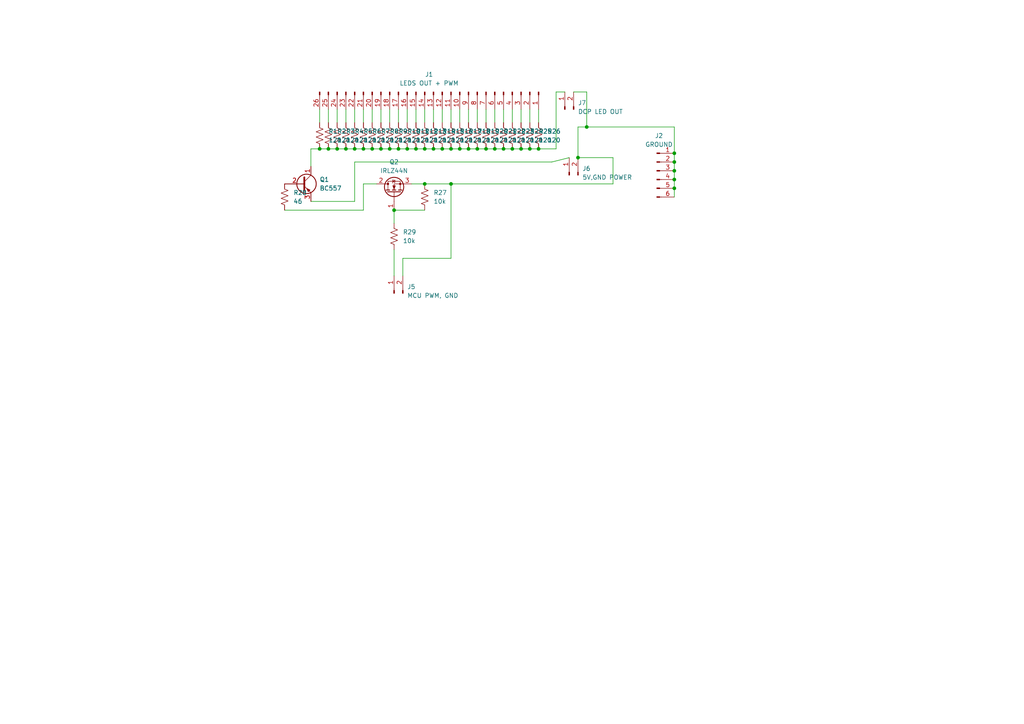
<source format=kicad_sch>
(kicad_sch (version 20231120) (generator "eeschema") (generator_version "8.0")
  (paper "A4")
  (lib_symbols
    (symbol "Connector:Conn_01x02_Pin" (pin_names (offset 1.016) hide)
      (property "Reference" "J" (at 0 2.54 0))
      (property "Value" "Conn_01x02_Pin" (at 0 -5.08 0))
      (symbol "Conn_01x02_Pin_1_1"
        (polyline (pts (xy 1.27 -2.54) (xy 0.8636 -2.54)) (stroke (width 0.1524)))
        (polyline (pts (xy 1.27 0) (xy 0.8636 0)) (stroke (width 0.1524)))
        (rectangle (start 0.8636 -2.413) (end 0 -2.667) (stroke (width 0.1524)) (fill (type outline)))
        (rectangle (start 0.8636 0.127) (end 0 -0.127) (stroke (width 0.1524)) (fill (type outline)))
        (pin passive line (at 5.08 0 180) (length 3.81) (name "Pin_1") (number "1"))
        (pin passive line (at 5.08 -2.54 180) (length 3.81) (name "Pin_2") (number "2"))
      )
    )
    (symbol "Connector:Conn_01x06_Pin" (pin_names (offset 1.016) hide)
      (property "Reference" "J" (at 0 7.62 0))
      (property "Value" "Conn_01x06_Pin" (at 0 -10.16 0))
      (symbol "Conn_01x06_Pin_1_1"
        (polyline (pts (xy 1.27 -7.62) (xy 0.8636 -7.62)) (stroke (width 0.1524)))
        (polyline (pts (xy 1.27 -5.08) (xy 0.8636 -5.08)) (stroke (width 0.1524)))
        (polyline (pts (xy 1.27 -2.54) (xy 0.8636 -2.54)) (stroke (width 0.1524)))
        (polyline (pts (xy 1.27 0) (xy 0.8636 0)) (stroke (width 0.1524)))
        (polyline (pts (xy 1.27 2.54) (xy 0.8636 2.54)) (stroke (width 0.1524)))
        (polyline (pts (xy 1.27 5.08) (xy 0.8636 5.08)) (stroke (width 0.1524)))
        (rectangle (start 0.8636 -7.493) (end 0 -7.747) (stroke (width 0.1524)) (fill (type outline)))
        (rectangle (start 0.8636 -4.953) (end 0 -5.207) (stroke (width 0.1524)) (fill (type outline)))
        (rectangle (start 0.8636 -2.413) (end 0 -2.667) (stroke (width 0.1524)) (fill (type outline)))
        (rectangle (start 0.8636 0.127) (end 0 -0.127) (stroke (width 0.1524)) (fill (type outline)))
        (rectangle (start 0.8636 2.667) (end 0 2.413) (stroke (width 0.1524)) (fill (type outline)))
        (rectangle (start 0.8636 5.207) (end 0 4.953) (stroke (width 0.1524)) (fill (type outline)))
        (pin passive line (at 5.08 5.08 180) (length 3.81) (name "Pin_1") (number "1"))
        (pin passive line (at 5.08 2.54 180) (length 3.81) (name "Pin_2") (number "2"))
        (pin passive line (at 5.08 0 180) (length 3.81) (name "Pin_3") (number "3"))
        (pin passive line (at 5.08 -2.54 180) (length 3.81) (name "Pin_4") (number "4"))
        (pin passive line (at 5.08 -5.08 180) (length 3.81) (name "Pin_5") (number "5"))
        (pin passive line (at 5.08 -7.62 180) (length 3.81) (name "Pin_6") (number "6"))
      )
    )
    (symbol "Connector:Conn_01x26_Pin" (pin_names (offset 1.016) hide)
      (property "Reference" "J" (at 0 33.02 0))
      (property "Value" "Conn_01x26_Pin" (at 0 -35.56 0))
      (symbol "Conn_01x26_Pin_1_1"
        (polyline (pts (xy 1.27 -33.02) (xy 0.8636 -33.02)) (stroke (width 0.1524)))
        (polyline (pts (xy 1.27 -30.48) (xy 0.8636 -30.48)) (stroke (width 0.1524)))
        (polyline (pts (xy 1.27 -27.94) (xy 0.8636 -27.94)) (stroke (width 0.1524)))
        (polyline (pts (xy 1.27 -25.4) (xy 0.8636 -25.4)) (stroke (width 0.1524)))
        (polyline (pts (xy 1.27 -22.86) (xy 0.8636 -22.86)) (stroke (width 0.1524)))
        (polyline (pts (xy 1.27 -20.32) (xy 0.8636 -20.32)) (stroke (width 0.1524)))
        (polyline (pts (xy 1.27 -17.78) (xy 0.8636 -17.78)) (stroke (width 0.1524)))
        (polyline (pts (xy 1.27 -15.24) (xy 0.8636 -15.24)) (stroke (width 0.1524)))
        (polyline (pts (xy 1.27 -12.7) (xy 0.8636 -12.7)) (stroke (width 0.1524)))
        (polyline (pts (xy 1.27 -10.16) (xy 0.8636 -10.16)) (stroke (width 0.1524)))
        (polyline (pts (xy 1.27 -7.62) (xy 0.8636 -7.62)) (stroke (width 0.1524)))
        (polyline (pts (xy 1.27 -5.08) (xy 0.8636 -5.08)) (stroke (width 0.1524)))
        (polyline (pts (xy 1.27 -2.54) (xy 0.8636 -2.54)) (stroke (width 0.1524)))
        (polyline (pts (xy 1.27 0) (xy 0.8636 0)) (stroke (width 0.1524)))
        (polyline (pts (xy 1.27 2.54) (xy 0.8636 2.54)) (stroke (width 0.1524)))
        (polyline (pts (xy 1.27 5.08) (xy 0.8636 5.08)) (stroke (width 0.1524)))
        (polyline (pts (xy 1.27 7.62) (xy 0.8636 7.62)) (stroke (width 0.1524)))
        (polyline (pts (xy 1.27 10.16) (xy 0.8636 10.16)) (stroke (width 0.1524)))
        (polyline (pts (xy 1.27 12.7) (xy 0.8636 12.7)) (stroke (width 0.1524)))
        (polyline (pts (xy 1.27 15.24) (xy 0.8636 15.24)) (stroke (width 0.1524)))
        (polyline (pts (xy 1.27 17.78) (xy 0.8636 17.78)) (stroke (width 0.1524)))
        (polyline (pts (xy 1.27 20.32) (xy 0.8636 20.32)) (stroke (width 0.1524)))
        (polyline (pts (xy 1.27 22.86) (xy 0.8636 22.86)) (stroke (width 0.1524)))
        (polyline (pts (xy 1.27 25.4) (xy 0.8636 25.4)) (stroke (width 0.1524)))
        (polyline (pts (xy 1.27 27.94) (xy 0.8636 27.94)) (stroke (width 0.1524)))
        (polyline (pts (xy 1.27 30.48) (xy 0.8636 30.48)) (stroke (width 0.1524)))
        (rectangle (start 0.8636 -32.893) (end 0 -33.147) (stroke (width 0.1524)) (fill (type outline)))
        (rectangle (start 0.8636 -30.353) (end 0 -30.607) (stroke (width 0.1524)) (fill (type outline)))
        (rectangle (start 0.8636 -27.813) (end 0 -28.067) (stroke (width 0.1524)) (fill (type outline)))
        (rectangle (start 0.8636 -25.273) (end 0 -25.527) (stroke (width 0.1524)) (fill (type outline)))
        (rectangle (start 0.8636 -22.733) (end 0 -22.987) (stroke (width 0.1524)) (fill (type outline)))
        (rectangle (start 0.8636 -20.193) (end 0 -20.447) (stroke (width 0.1524)) (fill (type outline)))
        (rectangle (start 0.8636 -17.653) (end 0 -17.907) (stroke (width 0.1524)) (fill (type outline)))
        (rectangle (start 0.8636 -15.113) (end 0 -15.367) (stroke (width 0.1524)) (fill (type outline)))
        (rectangle (start 0.8636 -12.573) (end 0 -12.827) (stroke (width 0.1524)) (fill (type outline)))
        (rectangle (start 0.8636 -10.033) (end 0 -10.287) (stroke (width 0.1524)) (fill (type outline)))
        (rectangle (start 0.8636 -7.493) (end 0 -7.747) (stroke (width 0.1524)) (fill (type outline)))
        (rectangle (start 0.8636 -4.953) (end 0 -5.207) (stroke (width 0.1524)) (fill (type outline)))
        (rectangle (start 0.8636 -2.413) (end 0 -2.667) (stroke (width 0.1524)) (fill (type outline)))
        (rectangle (start 0.8636 0.127) (end 0 -0.127) (stroke (width 0.1524)) (fill (type outline)))
        (rectangle (start 0.8636 2.667) (end 0 2.413) (stroke (width 0.1524)) (fill (type outline)))
        (rectangle (start 0.8636 5.207) (end 0 4.953) (stroke (width 0.1524)) (fill (type outline)))
        (rectangle (start 0.8636 7.747) (end 0 7.493) (stroke (width 0.1524)) (fill (type outline)))
        (rectangle (start 0.8636 10.287) (end 0 10.033) (stroke (width 0.1524)) (fill (type outline)))
        (rectangle (start 0.8636 12.827) (end 0 12.573) (stroke (width 0.1524)) (fill (type outline)))
        (rectangle (start 0.8636 15.367) (end 0 15.113) (stroke (width 0.1524)) (fill (type outline)))
        (rectangle (start 0.8636 17.907) (end 0 17.653) (stroke (width 0.1524)) (fill (type outline)))
        (rectangle (start 0.8636 20.447) (end 0 20.193) (stroke (width 0.1524)) (fill (type outline)))
        (rectangle (start 0.8636 22.987) (end 0 22.733) (stroke (width 0.1524)) (fill (type outline)))
        (rectangle (start 0.8636 25.527) (end 0 25.273) (stroke (width 0.1524)) (fill (type outline)))
        (rectangle (start 0.8636 28.067) (end 0 27.813) (stroke (width 0.1524)) (fill (type outline)))
        (rectangle (start 0.8636 30.607) (end 0 30.353) (stroke (width 0.1524)) (fill (type outline)))
        (pin passive line (at 5.08 30.48 180) (length 3.81) (name "Pin_1") (number "1"))
        (pin passive line (at 5.08 7.62 180) (length 3.81) (name "Pin_10") (number "10"))
        (pin passive line (at 5.08 5.08 180) (length 3.81) (name "Pin_11") (number "11"))
        (pin passive line (at 5.08 2.54 180) (length 3.81) (name "Pin_12") (number "12"))
        (pin passive line (at 5.08 0 180) (length 3.81) (name "Pin_13") (number "13"))
        (pin passive line (at 5.08 -2.54 180) (length 3.81) (name "Pin_14") (number "14"))
        (pin passive line (at 5.08 -5.08 180) (length 3.81) (name "Pin_15") (number "15"))
        (pin passive line (at 5.08 -7.62 180) (length 3.81) (name "Pin_16") (number "16"))
        (pin passive line (at 5.08 -10.16 180) (length 3.81) (name "Pin_17") (number "17"))
        (pin passive line (at 5.08 -12.7 180) (length 3.81) (name "Pin_18") (number "18"))
        (pin passive line (at 5.08 -15.24 180) (length 3.81) (name "Pin_19") (number "19"))
        (pin passive line (at 5.08 27.94 180) (length 3.81) (name "Pin_2") (number "2"))
        (pin passive line (at 5.08 -17.78 180) (length 3.81) (name "Pin_20") (number "20"))
        (pin passive line (at 5.08 -20.32 180) (length 3.81) (name "Pin_21") (number "21"))
        (pin passive line (at 5.08 -22.86 180) (length 3.81) (name "Pin_22") (number "22"))
        (pin passive line (at 5.08 -25.4 180) (length 3.81) (name "Pin_23") (number "23"))
        (pin passive line (at 5.08 -27.94 180) (length 3.81) (name "Pin_24") (number "24"))
        (pin passive line (at 5.08 -30.48 180) (length 3.81) (name "Pin_25") (number "25"))
        (pin passive line (at 5.08 -33.02 180) (length 3.81) (name "Pin_26") (number "26"))
        (pin passive line (at 5.08 25.4 180) (length 3.81) (name "Pin_3") (number "3"))
        (pin passive line (at 5.08 22.86 180) (length 3.81) (name "Pin_4") (number "4"))
        (pin passive line (at 5.08 20.32 180) (length 3.81) (name "Pin_5") (number "5"))
        (pin passive line (at 5.08 17.78 180) (length 3.81) (name "Pin_6") (number "6"))
        (pin passive line (at 5.08 15.24 180) (length 3.81) (name "Pin_7") (number "7"))
        (pin passive line (at 5.08 12.7 180) (length 3.81) (name "Pin_8") (number "8"))
        (pin passive line (at 5.08 10.16 180) (length 3.81) (name "Pin_9") (number "9"))
      )
    )
    (symbol "SparkFun-Resistor:0.47_0603" (pin_numbers hide) (pin_names (offset 0))
      (property "Reference" "R" (at 0 -2.54 0))
      (property "Value" "0.47" (at 0 2.54 0))
      (symbol "0.47_0603_0_1"
        (polyline (pts (xy -2.286 0) (xy -2.54 0)))
        (polyline (pts (xy 2.286 0) (xy 2.54 0)))
        (polyline (pts (xy -0.762 0) (xy -1.143 -1.016) (xy -1.524 0) (xy -1.905 1.016) (xy -2.286 0)))
        (polyline (pts (xy 0.762 0) (xy 0.381 -1.016) (xy 0 0) (xy -0.381 1.016) (xy -0.762 0)))
        (polyline (pts (xy 2.286 0) (xy 1.905 -1.016) (xy 1.524 0) (xy 1.143 1.016) (xy 0.762 0)))
      )
      (symbol "0.47_0603_1_1"
        (pin passive line (at 3.81 0 180) (length 1.27) (name "~") (number "1"))
        (pin passive line (at -3.81 0 0) (length 1.27) (name "~") (number "2"))
      )
    )
    (symbol "Transistor_BJT:BC557" (pin_names (offset 0) hide)
      (property "Reference" "Q" (at 5.08 1.905 0))
      (property "Value" "BC557" (at 5.08 0 0))
      (symbol "BC557_0_1"
        (polyline (pts (xy 0.635 0.635) (xy 2.54 2.54)))
        (polyline (pts (xy 0.635 -0.635) (xy 2.54 -2.54) (xy 2.54 -2.54)))
        (polyline (pts (xy 0.635 1.905) (xy 0.635 -1.905) (xy 0.635 -1.905)) (stroke (width 0.508)))
        (polyline (pts (xy 2.286 -1.778) (xy 1.778 -2.286) (xy 1.27 -1.27) (xy 2.286 -1.778) (xy 2.286 -1.778)) (fill (type outline)))
        (circle (center 1.27 0) (radius 2.8194) (stroke (width 0.254)))
      )
      (symbol "BC557_1_1"
        (pin passive line (at 2.54 5.08 270) (length 2.54) (name "C") (number "1"))
        (pin input line (at -5.08 0 0) (length 5.715) (name "B") (number "2"))
        (pin passive line (at 2.54 -5.08 90) (length 2.54) (name "E") (number "3"))
      )
    )
    (symbol "Transistor_FET:IRLZ44N" (pin_names hide)
      (property "Reference" "Q" (at 5.08 1.905 0))
      (property "Value" "IRLZ44N" (at 5.08 0 0))
      (symbol "IRLZ44N_0_1"
        (polyline (pts (xy 0.254 0) (xy -2.54 0)))
        (polyline (pts (xy 0.254 1.905) (xy 0.254 -1.905)) (stroke (width 0.254)))
        (polyline (pts (xy 0.762 -1.27) (xy 0.762 -2.286)) (stroke (width 0.254)))
        (polyline (pts (xy 0.762 0.508) (xy 0.762 -0.508)) (stroke (width 0.254)))
        (polyline (pts (xy 0.762 2.286) (xy 0.762 1.27)) (stroke (width 0.254)))
        (polyline (pts (xy 2.54 2.54) (xy 2.54 1.778)))
        (polyline (pts (xy 2.54 -2.54) (xy 2.54 0) (xy 0.762 0)))
        (polyline (pts (xy 0.762 -1.778) (xy 3.302 -1.778) (xy 3.302 1.778) (xy 0.762 1.778)))
        (polyline (pts (xy 1.016 0) (xy 2.032 0.381) (xy 2.032 -0.381) (xy 1.016 0)) (fill (type outline)))
        (polyline (pts (xy 2.794 0.508) (xy 2.921 0.381) (xy 3.683 0.381) (xy 3.81 0.254)))
        (polyline (pts (xy 3.302 0.381) (xy 2.921 -0.254) (xy 3.683 -0.254) (xy 3.302 0.381)))
        (circle (center 1.651 0) (radius 2.794) (stroke (width 0.254)))
        (circle (center 2.54 -1.778) (radius 0.254) (fill (type outline)))
        (circle (center 2.54 1.778) (radius 0.254) (fill (type outline)))
      )
      (symbol "IRLZ44N_1_1"
        (pin input line (at -5.08 0 0) (length 2.54) (name "G") (number "1"))
        (pin passive line (at 2.54 5.08 270) (length 2.54) (name "D") (number "2"))
        (pin passive line (at 2.54 -5.08 90) (length 2.54) (name "S") (number "3"))
      )
    )
  )
  (junction (at 105.41 43.18))
  (junction (at 140.97 43.18))
  (junction (at 130.81 43.18))
  (junction (at 138.43 43.18))
  (junction (at 146.05 43.18))
  (junction (at 133.35 43.18))
  (junction (at 113.03 43.18))
  (junction (at 95.25 43.18))
  (junction (at 151.13 43.18))
  (junction (at 128.27 43.18))
  (junction (at 170.18 36.83))
  (junction (at 123.19 53.34))
  (junction (at 114.3 60.96))
  (junction (at 102.87 43.18))
  (junction (at 135.89 43.18))
  (junction (at 148.59 43.18))
  (junction (at 195.58 44.45))
  (junction (at 195.58 52.07))
  (junction (at 125.73 43.18))
  (junction (at 195.58 46.99))
  (junction (at 123.19 43.18))
  (junction (at 118.11 43.18))
  (junction (at 110.49 43.18))
  (junction (at 195.58 54.61))
  (junction (at 92.71 43.18))
  (junction (at 156.21 43.18))
  (junction (at 100.33 43.18))
  (junction (at 130.81 53.34))
  (junction (at 120.65 43.18))
  (junction (at 195.58 49.53))
  (junction (at 97.79 43.18))
  (junction (at 107.95 43.18))
  (junction (at 143.51 43.18))
  (junction (at 153.67 43.18))
  (junction (at 115.57 43.18))
  (junction (at 167.64 45.72))
  (wire (pts (xy 102.87 43.18) (xy 105.41 43.18)))
  (wire (pts (xy 130.81 43.18) (xy 133.35 43.18)))
  (wire (pts (xy 105.41 35.56) (xy 105.41 31.75)))
  (wire (pts (xy 138.43 31.75) (xy 138.43 35.56)))
  (wire (pts (xy 166.37 26.67) (xy 170.18 26.67)))
  (wire (pts (xy 167.64 45.72) (xy 167.64 36.83)))
  (wire (pts (xy 195.58 46.99) (xy 195.58 49.53)))
  (wire (pts (xy 167.64 36.83) (xy 170.18 36.83)))
  (wire (pts (xy 130.81 74.93) (xy 130.81 53.34)))
  (wire (pts (xy 143.51 31.75) (xy 143.51 35.56)))
  (wire (pts (xy 195.58 52.07) (xy 195.58 54.61)))
  (wire (pts (xy 195.58 49.53) (xy 195.58 52.07)))
  (wire (pts (xy 130.81 35.56) (xy 130.81 31.75)))
  (wire (pts (xy 195.58 36.83) (xy 195.58 44.45)))
  (wire (pts (xy 148.59 35.56) (xy 148.59 31.75)))
  (wire (pts (xy 130.81 53.34) (xy 177.8 53.34)))
  (wire (pts (xy 105.41 53.34) (xy 109.22 53.34)))
  (wire (pts (xy 116.84 80.01) (xy 116.84 74.93)))
  (wire (pts (xy 114.3 80.01) (xy 114.3 72.39)))
  (wire (pts (xy 123.19 31.75) (xy 123.19 35.56)))
  (wire (pts (xy 110.49 43.18) (xy 113.03 43.18)))
  (wire (pts (xy 123.19 53.34) (xy 130.81 53.34)))
  (wire (pts (xy 120.65 43.18) (xy 123.19 43.18)))
  (wire (pts (xy 95.25 43.18) (xy 97.79 43.18)))
  (wire (pts (xy 133.35 43.18) (xy 135.89 43.18)))
  (wire (pts (xy 113.03 43.18) (xy 115.57 43.18)))
  (wire (pts (xy 167.64 45.72) (xy 177.8 45.72)))
  (wire (pts (xy 135.89 35.56) (xy 135.89 31.75)))
  (wire (pts (xy 156.21 35.56) (xy 156.21 31.75)))
  (wire (pts (xy 151.13 43.18) (xy 153.67 43.18)))
  (wire (pts (xy 160.02 46.99) (xy 165.1 45.72)))
  (wire (pts (xy 100.33 31.75) (xy 100.33 35.56)))
  (wire (pts (xy 90.17 43.18) (xy 92.71 43.18)))
  (wire (pts (xy 143.51 43.18) (xy 146.05 43.18)))
  (wire (pts (xy 116.84 74.93) (xy 130.81 74.93)))
  (wire (pts (xy 97.79 35.56) (xy 97.79 31.75)))
  (wire (pts (xy 113.03 31.75) (xy 113.03 35.56)))
  (wire (pts (xy 102.87 35.56) (xy 102.87 31.75)))
  (wire (pts (xy 95.25 35.56) (xy 95.25 31.75)))
  (wire (pts (xy 114.3 64.77) (xy 114.3 60.96)))
  (wire (pts (xy 90.17 48.26) (xy 90.17 43.18)))
  (wire (pts (xy 170.18 36.83) (xy 195.58 36.83)))
  (wire (pts (xy 128.27 31.75) (xy 128.27 35.56)))
  (wire (pts (xy 97.79 43.18) (xy 100.33 43.18)))
  (wire (pts (xy 161.29 26.67) (xy 161.29 43.18)))
  (wire (pts (xy 107.95 43.18) (xy 110.49 43.18)))
  (wire (pts (xy 107.95 31.75) (xy 107.95 35.56)))
  (wire (pts (xy 146.05 43.18) (xy 148.59 43.18)))
  (wire (pts (xy 115.57 43.18) (xy 118.11 43.18)))
  (wire (pts (xy 119.38 53.34) (xy 123.19 53.34)))
  (wire (pts (xy 118.11 31.75) (xy 118.11 35.56)))
  (wire (pts (xy 90.17 58.42) (xy 102.87 58.42)))
  (wire (pts (xy 92.71 43.18) (xy 95.25 43.18)))
  (wire (pts (xy 92.71 35.56) (xy 92.71 31.75)))
  (wire (pts (xy 133.35 31.75) (xy 133.35 35.56)))
  (wire (pts (xy 105.41 43.18) (xy 107.95 43.18)))
  (wire (pts (xy 102.87 46.99) (xy 160.02 46.99)))
  (wire (pts (xy 82.55 60.96) (xy 105.41 60.96)))
  (wire (pts (xy 125.73 43.18) (xy 128.27 43.18)))
  (wire (pts (xy 195.58 54.61) (xy 195.58 57.15)))
  (wire (pts (xy 148.59 43.18) (xy 151.13 43.18)))
  (wire (pts (xy 100.33 43.18) (xy 102.87 43.18)))
  (wire (pts (xy 115.57 35.56) (xy 115.57 31.75)))
  (wire (pts (xy 138.43 43.18) (xy 140.97 43.18)))
  (wire (pts (xy 105.41 60.96) (xy 105.41 53.34)))
  (wire (pts (xy 120.65 35.56) (xy 120.65 31.75)))
  (wire (pts (xy 195.58 44.45) (xy 195.58 46.99)))
  (wire (pts (xy 118.11 43.18) (xy 120.65 43.18)))
  (wire (pts (xy 135.89 43.18) (xy 138.43 43.18)))
  (wire (pts (xy 140.97 35.56) (xy 140.97 31.75)))
  (wire (pts (xy 156.21 43.18) (xy 161.29 43.18)))
  (wire (pts (xy 170.18 26.67) (xy 170.18 36.83)))
  (wire (pts (xy 146.05 35.56) (xy 146.05 31.75)))
  (wire (pts (xy 140.97 43.18) (xy 143.51 43.18)))
  (wire (pts (xy 110.49 35.56) (xy 110.49 31.75)))
  (wire (pts (xy 153.67 43.18) (xy 156.21 43.18)))
  (wire (pts (xy 151.13 35.56) (xy 151.13 31.75)))
  (wire (pts (xy 114.3 60.96) (xy 123.19 60.96)))
  (wire (pts (xy 177.8 45.72) (xy 177.8 53.34)))
  (wire (pts (xy 102.87 58.42) (xy 102.87 46.99)))
  (wire (pts (xy 123.19 43.18) (xy 125.73 43.18)))
  (wire (pts (xy 128.27 43.18) (xy 130.81 43.18)))
  (wire (pts (xy 163.83 26.67) (xy 161.29 26.67)))
  (wire (pts (xy 153.67 35.56) (xy 153.67 31.75)))
  (wire (pts (xy 125.73 35.56) (xy 125.73 31.75)))
  (symbol (lib_id "SparkFun-Resistor:0.47_0603") (at 156.21 39.37 90) (unit 1)
    (property "Reference" "R26" (at 158.75 38.0999 90) (effects (justify right)))
    (property "Value" "120" (at 158.75 40.6399 90) (effects (justify right)))
    (property "Footprint" "Resistor_THT:R_Axial_DIN0207_L6.3mm_D2.5mm_P10.16mm_Horizontal" (effects (hide yes)))
    (property "Datasheet" "https://industrial.panasonic.com/cdbs/www-data/pdf/RDN0000/AOA0000C313.pdf" (effects (hide yes)))
    (property "Description" "Resistor" (effects (hide yes)))
    (property "PROD_ID" "RES-20715" (effects (hide yes)))
  )
  (symbol (lib_id "Connector:Conn_01x02_Pin") (at 165.1 50.8 90) (unit 1)
    (property "Reference" "J6" (at 168.91 48.8949 90) (effects (justify right)))
    (property "Value" "5V,GND POWER" (at 168.91 51.4349 90) (effects (justify right)))
    (property "Footprint" "Connector_PinHeader_2.54mm:PinHeader_1x02_P2.54mm_Vertical" (effects (hide yes)))
    (property "Description" "Generic connector, single row, 01x02, script generated" (effects (hide yes)))
  )
  (symbol (lib_id "SparkFun-Resistor:0.47_0603") (at 105.41 39.37 90) (unit 1)
    (property "Reference" "R6" (at 107.95 38.0999 90) (effects (justify right)))
    (property "Value" "120" (at 107.95 40.6399 90) (effects (justify right)))
    (property "Footprint" "Resistor_THT:R_Axial_DIN0207_L6.3mm_D2.5mm_P10.16mm_Horizontal" (effects (hide yes)))
    (property "Datasheet" "https://industrial.panasonic.com/cdbs/www-data/pdf/RDN0000/AOA0000C313.pdf" (effects (hide yes)))
    (property "Description" "Resistor" (effects (hide yes)))
    (property "PROD_ID" "RES-20715" (effects (hide yes)))
  )
  (symbol (lib_id "Connector:Conn_01x02_Pin") (at 114.3 85.09 90) (unit 1)
    (property "Reference" "J5" (at 118.11 83.1849 90) (effects (justify right)))
    (property "Value" "MCU PWM, GND" (at 118.11 85.7249 90) (effects (justify right)))
    (property "Footprint" "Connector_PinHeader_2.54mm:PinHeader_1x02_P2.54mm_Vertical" (effects (hide yes)))
    (property "Description" "Generic connector, single row, 01x02, script generated" (effects (hide yes)))
  )
  (symbol (lib_id "SparkFun-Resistor:0.47_0603") (at 135.89 39.37 90) (unit 1)
    (property "Reference" "R18" (at 138.43 38.0999 90) (effects (justify right)))
    (property "Value" "120" (at 138.43 40.6399 90) (effects (justify right)))
    (property "Footprint" "Resistor_THT:R_Axial_DIN0207_L6.3mm_D2.5mm_P10.16mm_Horizontal" (effects (hide yes)))
    (property "Datasheet" "https://industrial.panasonic.com/cdbs/www-data/pdf/RDN0000/AOA0000C313.pdf" (effects (hide yes)))
    (property "Description" "Resistor" (effects (hide yes)))
    (property "PROD_ID" "RES-20715" (effects (hide yes)))
  )
  (symbol (lib_id "SparkFun-Resistor:0.47_0603") (at 146.05 39.37 90) (unit 1)
    (property "Reference" "R22" (at 148.59 38.0999 90) (effects (justify right)))
    (property "Value" "120" (at 148.59 40.6399 90) (effects (justify right)))
    (property "Footprint" "Resistor_THT:R_Axial_DIN0207_L6.3mm_D2.5mm_P10.16mm_Horizontal" (effects (hide yes)))
    (property "Datasheet" "https://industrial.panasonic.com/cdbs/www-data/pdf/RDN0000/AOA0000C313.pdf" (effects (hide yes)))
    (property "Description" "Resistor" (effects (hide yes)))
    (property "PROD_ID" "RES-20715" (effects (hide yes)))
  )
  (symbol (lib_id "SparkFun-Resistor:0.47_0603") (at 133.35 39.37 90) (unit 1)
    (property "Reference" "R17" (at 135.89 38.0999 90) (effects (justify right)))
    (property "Value" "120" (at 135.89 40.6399 90) (effects (justify right)))
    (property "Footprint" "Resistor_THT:R_Axial_DIN0207_L6.3mm_D2.5mm_P10.16mm_Horizontal" (effects (hide yes)))
    (property "Datasheet" "https://industrial.panasonic.com/cdbs/www-data/pdf/RDN0000/AOA0000C313.pdf" (effects (hide yes)))
    (property "Description" "Resistor" (effects (hide yes)))
    (property "PROD_ID" "RES-20715" (effects (hide yes)))
  )
  (symbol (lib_id "SparkFun-Resistor:0.47_0603") (at 115.57 39.37 90) (unit 1)
    (property "Reference" "R10" (at 118.11 38.0999 90) (effects (justify right)))
    (property "Value" "120" (at 118.11 40.6399 90) (effects (justify right)))
    (property "Footprint" "Resistor_THT:R_Axial_DIN0207_L6.3mm_D2.5mm_P10.16mm_Horizontal" (effects (hide yes)))
    (property "Datasheet" "https://industrial.panasonic.com/cdbs/www-data/pdf/RDN0000/AOA0000C313.pdf" (effects (hide yes)))
    (property "Description" "Resistor" (effects (hide yes)))
    (property "PROD_ID" "RES-20715" (effects (hide yes)))
  )
  (symbol (lib_id "SparkFun-Resistor:0.47_0603") (at 114.3 68.58 90) (unit 1)
    (property "Reference" "R29" (at 116.84 67.3099 90) (effects (justify right)))
    (property "Value" "10k" (at 116.84 69.8499 90) (effects (justify right)))
    (property "Footprint" "Resistor_THT:R_Axial_DIN0207_L6.3mm_D2.5mm_P10.16mm_Horizontal" (effects (hide yes)))
    (property "Datasheet" "https://industrial.panasonic.com/cdbs/www-data/pdf/RDN0000/AOA0000C313.pdf" (effects (hide yes)))
    (property "Description" "Resistor" (effects (hide yes)))
    (property "PROD_ID" "RES-20715" (effects (hide yes)))
  )
  (symbol (lib_id "SparkFun-Resistor:0.47_0603") (at 82.55 57.15 90) (unit 1)
    (property "Reference" "R28" (at 85.09 55.8799 90) (effects (justify right)))
    (property "Value" "46" (at 85.09 58.4199 90) (effects (justify right)))
    (property "Footprint" "Resistor_THT:R_Axial_DIN0207_L6.3mm_D2.5mm_P10.16mm_Horizontal" (effects (hide yes)))
    (property "Datasheet" "https://industrial.panasonic.com/cdbs/www-data/pdf/RDN0000/AOA0000C313.pdf" (effects (hide yes)))
    (property "Description" "Resistor" (effects (hide yes)))
    (property "PROD_ID" "RES-20715" (effects (hide yes)))
  )
  (symbol (lib_id "SparkFun-Resistor:0.47_0603") (at 120.65 39.37 90) (unit 1)
    (property "Reference" "R12" (at 123.19 38.0999 90) (effects (justify right)))
    (property "Value" "120" (at 123.19 40.6399 90) (effects (justify right)))
    (property "Footprint" "Resistor_THT:R_Axial_DIN0207_L6.3mm_D2.5mm_P10.16mm_Horizontal" (effects (hide yes)))
    (property "Datasheet" "https://industrial.panasonic.com/cdbs/www-data/pdf/RDN0000/AOA0000C313.pdf" (effects (hide yes)))
    (property "Description" "Resistor" (effects (hide yes)))
    (property "PROD_ID" "RES-20715" (effects (hide yes)))
  )
  (symbol (lib_id "SparkFun-Resistor:0.47_0603") (at 95.25 39.37 90) (unit 1)
    (property "Reference" "R2" (at 97.79 38.0999 90) (effects (justify right)))
    (property "Value" "120" (at 97.79 40.6399 90) (effects (justify right)))
    (property "Footprint" "Resistor_THT:R_Axial_DIN0207_L6.3mm_D2.5mm_P10.16mm_Horizontal" (effects (hide yes)))
    (property "Datasheet" "https://industrial.panasonic.com/cdbs/www-data/pdf/RDN0000/AOA0000C313.pdf" (effects (hide yes)))
    (property "Description" "Resistor" (effects (hide yes)))
    (property "PROD_ID" "RES-20715" (effects (hide yes)))
  )
  (symbol (lib_id "SparkFun-Resistor:0.47_0603") (at 100.33 39.37 90) (unit 1)
    (property "Reference" "R4" (at 102.87 38.0999 90) (effects (justify right)))
    (property "Value" "120" (at 102.87 40.6399 90) (effects (justify right)))
    (property "Footprint" "Resistor_THT:R_Axial_DIN0207_L6.3mm_D2.5mm_P10.16mm_Horizontal" (effects (hide yes)))
    (property "Datasheet" "https://industrial.panasonic.com/cdbs/www-data/pdf/RDN0000/AOA0000C313.pdf" (effects (hide yes)))
    (property "Description" "Resistor" (effects (hide yes)))
    (property "PROD_ID" "RES-20715" (effects (hide yes)))
  )
  (symbol (lib_id "SparkFun-Resistor:0.47_0603") (at 107.95 39.37 90) (unit 1)
    (property "Reference" "R7" (at 110.49 38.0999 90) (effects (justify right)))
    (property "Value" "120" (at 110.49 40.6399 90) (effects (justify right)))
    (property "Footprint" "Resistor_THT:R_Axial_DIN0207_L6.3mm_D2.5mm_P10.16mm_Horizontal" (effects (hide yes)))
    (property "Datasheet" "https://industrial.panasonic.com/cdbs/www-data/pdf/RDN0000/AOA0000C313.pdf" (effects (hide yes)))
    (property "Description" "Resistor" (effects (hide yes)))
    (property "PROD_ID" "RES-20715" (effects (hide yes)))
  )
  (symbol (lib_id "SparkFun-Resistor:0.47_0603") (at 148.59 39.37 90) (unit 1)
    (property "Reference" "R23" (at 151.13 38.0999 90) (effects (justify right)))
    (property "Value" "120" (at 151.13 40.6399 90) (effects (justify right)))
    (property "Footprint" "Resistor_THT:R_Axial_DIN0207_L6.3mm_D2.5mm_P10.16mm_Horizontal" (effects (hide yes)))
    (property "Datasheet" "https://industrial.panasonic.com/cdbs/www-data/pdf/RDN0000/AOA0000C313.pdf" (effects (hide yes)))
    (property "Description" "Resistor" (effects (hide yes)))
    (property "PROD_ID" "RES-20715" (effects (hide yes)))
  )
  (symbol (lib_id "Transistor_FET:IRLZ44N") (at 114.3 55.88 90) (unit 1)
    (property "Reference" "Q2" (at 114.3 46.99 90))
    (property "Value" "IRLZ44N" (at 114.3 49.53 90))
    (property "Footprint" "SparkFun-Semiconductor-Standard:TO-220-3" (effects (hide yes)))
    (property "Datasheet" "http://www.irf.com/product-info/datasheets/data/irlz44n.pdf" (effects (hide yes)))
    (property "Description" "47A Id, 55V Vds, 22mOhm Rds Single N-Channel HEXFET Power MOSFET, TO-220AB" (effects (hide yes)))
  )
  (symbol (lib_id "Transistor_BJT:BC557") (at 87.63 53.34 0) (unit 1)
    (property "Reference" "Q1" (at 92.71 52.0699 0) (effects (justify left)))
    (property "Value" "BC557" (at 92.71 54.6099 0) (effects (justify left)))
    (property "Footprint" "digikey-footprints:TO-92-3_Formed_Leads" (effects (hide yes)))
    (property "Datasheet" "https://www.onsemi.com/pub/Collateral/BC556BTA-D.pdf" (effects (hide yes)))
    (property "Description" "0.1A Ic, 45V Vce, PNP Small Signal Transistor, TO-92" (effects (hide yes)))
  )
  (symbol (lib_id "SparkFun-Resistor:0.47_0603") (at 151.13 39.37 90) (unit 1)
    (property "Reference" "R24" (at 153.67 38.0999 90) (effects (justify right)))
    (property "Value" "120" (at 153.67 40.6399 90) (effects (justify right)))
    (property "Footprint" "Resistor_THT:R_Axial_DIN0207_L6.3mm_D2.5mm_P10.16mm_Horizontal" (effects (hide yes)))
    (property "Datasheet" "https://industrial.panasonic.com/cdbs/www-data/pdf/RDN0000/AOA0000C313.pdf" (effects (hide yes)))
    (property "Description" "Resistor" (effects (hide yes)))
    (property "PROD_ID" "RES-20715" (effects (hide yes)))
  )
  (symbol (lib_id "SparkFun-Resistor:0.47_0603") (at 123.19 39.37 90) (unit 1)
    (property "Reference" "R13" (at 125.73 38.0999 90) (effects (justify right)))
    (property "Value" "120" (at 125.73 40.6399 90) (effects (justify right)))
    (property "Footprint" "Resistor_THT:R_Axial_DIN0207_L6.3mm_D2.5mm_P10.16mm_Horizontal" (effects (hide yes)))
    (property "Datasheet" "https://industrial.panasonic.com/cdbs/www-data/pdf/RDN0000/AOA0000C313.pdf" (effects (hide yes)))
    (property "Description" "Resistor" (effects (hide yes)))
    (property "PROD_ID" "RES-20715" (effects (hide yes)))
  )
  (symbol (lib_id "SparkFun-Resistor:0.47_0603") (at 97.79 39.37 90) (unit 1)
    (property "Reference" "R3" (at 100.33 38.0999 90) (effects (justify right)))
    (property "Value" "120" (at 100.33 40.6399 90) (effects (justify right)))
    (property "Footprint" "Resistor_THT:R_Axial_DIN0207_L6.3mm_D2.5mm_P10.16mm_Horizontal" (effects (hide yes)))
    (property "Datasheet" "https://industrial.panasonic.com/cdbs/www-data/pdf/RDN0000/AOA0000C313.pdf" (effects (hide yes)))
    (property "Description" "Resistor" (effects (hide yes)))
    (property "PROD_ID" "RES-20715" (effects (hide yes)))
  )
  (symbol (lib_id "Connector:Conn_01x26_Pin") (at 125.73 26.67 270) (unit 1)
    (property "Reference" "J1" (at 124.46 21.59 90))
    (property "Value" "LEDS OUT + PWM" (at 124.46 24.13 90))
    (property "Footprint" "Connector_PinHeader_2.54mm:PinHeader_1x26_P2.54mm_Vertical" (effects (hide yes)))
    (property "Description" "Generic connector, single row, 01x26, script generated" (effects (hide yes)))
  )
  (symbol (lib_id "SparkFun-Resistor:0.47_0603") (at 130.81 39.37 90) (unit 1)
    (property "Reference" "R16" (at 133.35 38.0999 90) (effects (justify right)))
    (property "Value" "120" (at 133.35 40.6399 90) (effects (justify right)))
    (property "Footprint" "Resistor_THT:R_Axial_DIN0207_L6.3mm_D2.5mm_P10.16mm_Horizontal" (effects (hide yes)))
    (property "Datasheet" "https://industrial.panasonic.com/cdbs/www-data/pdf/RDN0000/AOA0000C313.pdf" (effects (hide yes)))
    (property "Description" "Resistor" (effects (hide yes)))
    (property "PROD_ID" "RES-20715" (effects (hide yes)))
  )
  (symbol (lib_id "SparkFun-Resistor:0.47_0603") (at 138.43 39.37 90) (unit 1)
    (property "Reference" "R19" (at 140.97 38.0999 90) (effects (justify right)))
    (property "Value" "120" (at 140.97 40.6399 90) (effects (justify right)))
    (property "Footprint" "Resistor_THT:R_Axial_DIN0207_L6.3mm_D2.5mm_P10.16mm_Horizontal" (effects (hide yes)))
    (property "Datasheet" "https://industrial.panasonic.com/cdbs/www-data/pdf/RDN0000/AOA0000C313.pdf" (effects (hide yes)))
    (property "Description" "Resistor" (effects (hide yes)))
    (property "PROD_ID" "RES-20715" (effects (hide yes)))
  )
  (symbol (lib_id "Connector:Conn_01x02_Pin") (at 163.83 31.75 90) (unit 1)
    (property "Reference" "J7" (at 167.64 29.8449 90) (effects (justify right)))
    (property "Value" "DCP LED OUT " (at 167.64 32.3849 90) (effects (justify right)))
    (property "Footprint" "Connector_PinHeader_2.54mm:PinHeader_1x02_P2.54mm_Vertical" (effects (hide yes)))
    (property "Description" "Generic connector, single row, 01x02, script generated" (effects (hide yes)))
  )
  (symbol (lib_id "SparkFun-Resistor:0.47_0603") (at 125.73 39.37 90) (unit 1)
    (property "Reference" "R14" (at 128.27 38.0999 90) (effects (justify right)))
    (property "Value" "120" (at 128.27 40.6399 90) (effects (justify right)))
    (property "Footprint" "Resistor_THT:R_Axial_DIN0207_L6.3mm_D2.5mm_P10.16mm_Horizontal" (effects (hide yes)))
    (property "Datasheet" "https://industrial.panasonic.com/cdbs/www-data/pdf/RDN0000/AOA0000C313.pdf" (effects (hide yes)))
    (property "Description" "Resistor" (effects (hide yes)))
    (property "PROD_ID" "RES-20715" (effects (hide yes)))
  )
  (symbol (lib_id "SparkFun-Resistor:0.47_0603") (at 153.67 39.37 90) (unit 1)
    (property "Reference" "R25" (at 156.21 38.0999 90) (effects (justify right)))
    (property "Value" "120" (at 156.21 40.6399 90) (effects (justify right)))
    (property "Footprint" "Resistor_THT:R_Axial_DIN0207_L6.3mm_D2.5mm_P10.16mm_Horizontal" (effects (hide yes)))
    (property "Datasheet" "https://industrial.panasonic.com/cdbs/www-data/pdf/RDN0000/AOA0000C313.pdf" (effects (hide yes)))
    (property "Description" "Resistor" (effects (hide yes)))
    (property "PROD_ID" "RES-20715" (effects (hide yes)))
  )
  (symbol (lib_id "SparkFun-Resistor:0.47_0603") (at 128.27 39.37 90) (unit 1)
    (property "Reference" "R15" (at 130.81 38.0999 90) (effects (justify right)))
    (property "Value" "120" (at 130.81 40.6399 90) (effects (justify right)))
    (property "Footprint" "Resistor_THT:R_Axial_DIN0207_L6.3mm_D2.5mm_P10.16mm_Horizontal" (effects (hide yes)))
    (property "Datasheet" "https://industrial.panasonic.com/cdbs/www-data/pdf/RDN0000/AOA0000C313.pdf" (effects (hide yes)))
    (property "Description" "Resistor" (effects (hide yes)))
    (property "PROD_ID" "RES-20715" (effects (hide yes)))
  )
  (symbol (lib_id "SparkFun-Resistor:0.47_0603") (at 123.19 57.15 90) (unit 1)
    (property "Reference" "R27" (at 125.73 55.8799 90) (effects (justify right)))
    (property "Value" "10k" (at 125.73 58.4199 90) (effects (justify right)))
    (property "Footprint" "Resistor_THT:R_Axial_DIN0207_L6.3mm_D2.5mm_P10.16mm_Horizontal" (effects (hide yes)))
    (property "Datasheet" "https://industrial.panasonic.com/cdbs/www-data/pdf/RDN0000/AOA0000C313.pdf" (effects (hide yes)))
    (property "Description" "Resistor" (effects (hide yes)))
    (property "PROD_ID" "RES-20715" (effects (hide yes)))
  )
  (symbol (lib_id "SparkFun-Resistor:0.47_0603") (at 113.03 39.37 90) (unit 1)
    (property "Reference" "R9" (at 115.57 38.0999 90) (effects (justify right)))
    (property "Value" "120" (at 115.57 40.6399 90) (effects (justify right)))
    (property "Footprint" "Resistor_THT:R_Axial_DIN0207_L6.3mm_D2.5mm_P10.16mm_Horizontal" (effects (hide yes)))
    (property "Datasheet" "https://industrial.panasonic.com/cdbs/www-data/pdf/RDN0000/AOA0000C313.pdf" (effects (hide yes)))
    (property "Description" "Resistor" (effects (hide yes)))
    (property "PROD_ID" "RES-20715" (effects (hide yes)))
  )
  (symbol (lib_id "SparkFun-Resistor:0.47_0603") (at 92.71 39.37 90) (unit 1)
    (property "Reference" "R1" (at 95.25 38.0999 90) (effects (justify right)))
    (property "Value" "120" (at 95.25 40.6399 90) (effects (justify right)))
    (property "Footprint" "Resistor_THT:R_Axial_DIN0207_L6.3mm_D2.5mm_P10.16mm_Horizontal" (effects (hide yes)))
    (property "Datasheet" "https://industrial.panasonic.com/cdbs/www-data/pdf/RDN0000/AOA0000C313.pdf" (effects (hide yes)))
    (property "Description" "Resistor" (effects (hide yes)))
    (property "PROD_ID" "RES-20715" (effects (hide yes)))
  )
  (symbol (lib_id "SparkFun-Resistor:0.47_0603") (at 143.51 39.37 90) (unit 1)
    (property "Reference" "R21" (at 146.05 38.0999 90) (effects (justify right)))
    (property "Value" "120" (at 146.05 40.6399 90) (effects (justify right)))
    (property "Footprint" "Resistor_THT:R_Axial_DIN0207_L6.3mm_D2.5mm_P10.16mm_Horizontal" (effects (hide yes)))
    (property "Datasheet" "https://industrial.panasonic.com/cdbs/www-data/pdf/RDN0000/AOA0000C313.pdf" (effects (hide yes)))
    (property "Description" "Resistor" (effects (hide yes)))
    (property "PROD_ID" "RES-20715" (effects (hide yes)))
  )
  (symbol (lib_id "SparkFun-Resistor:0.47_0603") (at 118.11 39.37 90) (unit 1)
    (property "Reference" "R11" (at 120.65 38.0999 90) (effects (justify right)))
    (property "Value" "120" (at 120.65 40.6399 90) (effects (justify right)))
    (property "Footprint" "Resistor_THT:R_Axial_DIN0207_L6.3mm_D2.5mm_P10.16mm_Horizontal" (effects (hide yes)))
    (property "Datasheet" "https://industrial.panasonic.com/cdbs/www-data/pdf/RDN0000/AOA0000C313.pdf" (effects (hide yes)))
    (property "Description" "Resistor" (effects (hide yes)))
    (property "PROD_ID" "RES-20715" (effects (hide yes)))
  )
  (symbol (lib_id "SparkFun-Resistor:0.47_0603") (at 140.97 39.37 90) (unit 1)
    (property "Reference" "R20" (at 143.51 38.0999 90) (effects (justify right)))
    (property "Value" "120" (at 143.51 40.6399 90) (effects (justify right)))
    (property "Footprint" "Resistor_THT:R_Axial_DIN0207_L6.3mm_D2.5mm_P10.16mm_Horizontal" (effects (hide yes)))
    (property "Datasheet" "https://industrial.panasonic.com/cdbs/www-data/pdf/RDN0000/AOA0000C313.pdf" (effects (hide yes)))
    (property "Description" "Resistor" (effects (hide yes)))
    (property "PROD_ID" "RES-20715" (effects (hide yes)))
  )
  (symbol (lib_id "SparkFun-Resistor:0.47_0603") (at 110.49 39.37 90) (unit 1)
    (property "Reference" "R8" (at 113.03 38.0999 90) (effects (justify right)))
    (property "Value" "120" (at 113.03 40.6399 90) (effects (justify right)))
    (property "Footprint" "Resistor_THT:R_Axial_DIN0207_L6.3mm_D2.5mm_P10.16mm_Horizontal" (effects (hide yes)))
    (property "Datasheet" "https://industrial.panasonic.com/cdbs/www-data/pdf/RDN0000/AOA0000C313.pdf" (effects (hide yes)))
    (property "Description" "Resistor" (effects (hide yes)))
    (property "PROD_ID" "RES-20715" (effects (hide yes)))
  )
  (symbol (lib_id "Connector:Conn_01x06_Pin") (at 190.5 49.53 0) (unit 1)
    (property "Reference" "J2" (at 191.135 39.37 0))
    (property "Value" "GROUND" (at 191.135 41.91 0))
    (property "Footprint" "Connector_PinHeader_2.54mm:PinHeader_1x06_P2.54mm_Vertical" (effects (hide yes)))
    (property "Description" "Generic connector, single row, 01x06, script generated" (effects (hide yes)))
  )
  (symbol (lib_id "SparkFun-Resistor:0.47_0603") (at 102.87 39.37 90) (unit 1)
    (property "Reference" "R5" (at 105.41 38.0999 90) (effects (justify right)))
    (property "Value" "120" (at 105.41 40.6399 90) (effects (justify right)))
    (property "Footprint" "Resistor_THT:R_Axial_DIN0207_L6.3mm_D2.5mm_P10.16mm_Horizontal" (effects (hide yes)))
    (property "Datasheet" "https://industrial.panasonic.com/cdbs/www-data/pdf/RDN0000/AOA0000C313.pdf" (effects (hide yes)))
    (property "Description" "Resistor" (effects (hide yes)))
    (property "PROD_ID" "RES-20715" (effects (hide yes)))
  )
)
</source>
